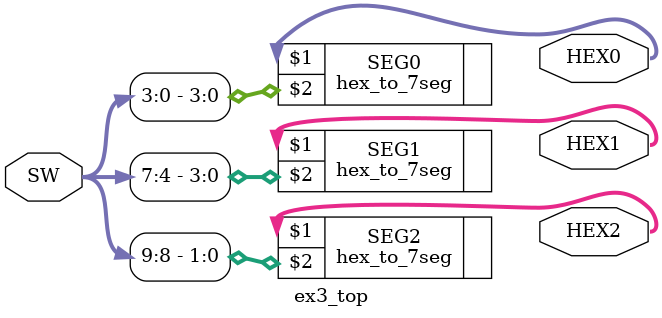
<source format=v>
module ex3_top(
	SW,
	HEX0, HEX1, HEX2
);
	
	input [9:0] SW;
	output [6:0] HEX0;
	output [6:0] HEX1;
	output [6:0] HEX2;
	
	hex_to_7seg	SEG0(HEX0,SW[3:0]);
	hex_to_7seg	SEG1(HEX1,SW[7:4]);
	hex_to_7seg	SEG2(HEX2,SW[9:8]);

endmodule
</source>
